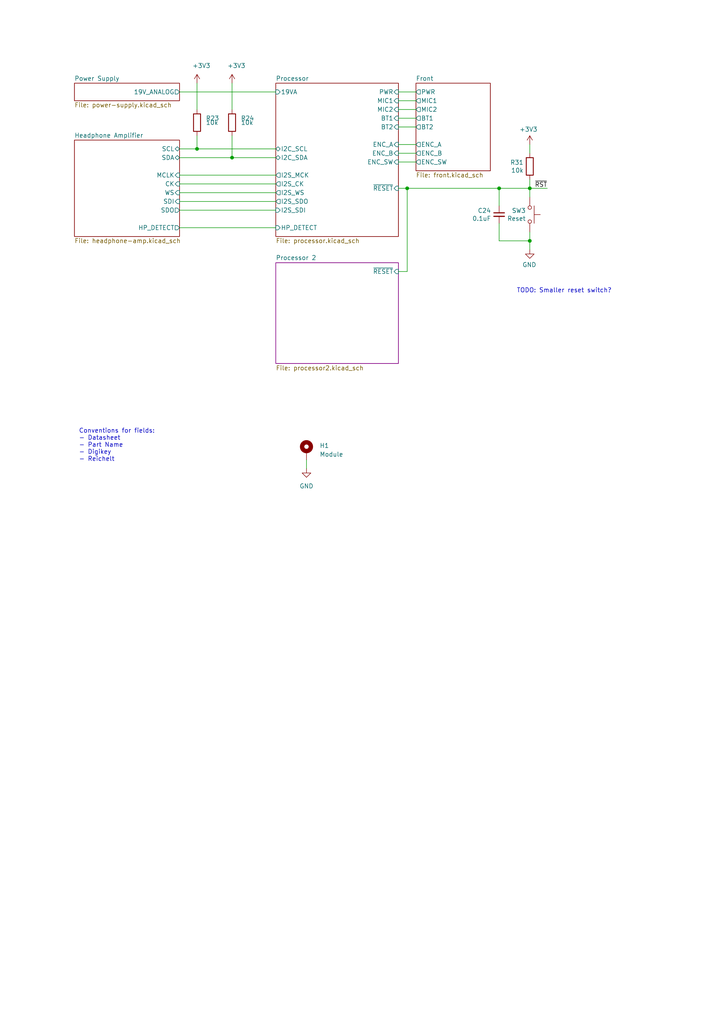
<source format=kicad_sch>
(kicad_sch (version 20210621) (generator eeschema)
  (paper "A4" portrait)
  (lib_symbols
    (symbol "Device:C_Small" (pin_numbers hide) (pin_names (offset 0.254) hide)
      (property "Reference" "C" (at 0.254 1.778 0))
      (property "Value" "C_Small" (at 0.254 -2.032 0))
      (symbol "C_Small_0_1"
        (polyline (pts (xy -1.524 -0.508) (xy 1.524 -0.508)) (stroke (width 0.3302)))
        (polyline (pts (xy -1.524 0.508) (xy 1.524 0.508)) (stroke (width 0.3048)))
      )
      (symbol "C_Small_1_1"
        (pin passive line (at 0 2.54 270) (length 2.032) (name "~") (number "1"))
        (pin passive line (at 0 -2.54 90) (length 2.032) (name "~") (number "2"))
      )
    )
    (symbol "Device:R" (pin_numbers hide) (pin_names (offset 0))
      (property "Reference" "R" (at 2.032 0 90))
      (property "Value" "R" (at 0 0 90))
      (symbol "R_0_1"
        (rectangle (start -1.016 -2.54) (end 1.016 2.54) (stroke (width 0.254)))
      )
      (symbol "R_1_1"
        (pin passive line (at 0 3.81 270) (length 1.27) (name "~") (number "1"))
        (pin passive line (at 0 -3.81 90) (length 1.27) (name "~") (number "2"))
      )
    )
    (symbol "Mechanical:MountingHole_Pad" (pin_numbers hide) (pin_names (offset 1.016) hide)
      (property "Reference" "H" (at 0 6.35 0))
      (property "Value" "MountingHole_Pad" (at 0 4.445 0))
      (symbol "MountingHole_Pad_0_1"
        (circle (center 0 1.27) (radius 1.27) (stroke (width 1.27)))
      )
      (symbol "MountingHole_Pad_1_1"
        (pin input line (at 0 -2.54 90) (length 2.54) (name "1") (number "1"))
      )
    )
    (symbol "Switch:SW_Push" (pin_numbers hide) (pin_names (offset 1.016) hide)
      (property "Reference" "SW" (at 1.27 2.54 0))
      (property "Value" "SW_Push" (at 0 -1.524 0))
      (symbol "SW_Push_0_1"
        (circle (center -2.032 0) (radius 0.508))
        (circle (center 2.032 0) (radius 0.508))
        (polyline (pts (xy 0 1.27) (xy 0 3.048)))
        (polyline (pts (xy 2.54 1.27) (xy -2.54 1.27)))
        (pin passive line (at -5.08 0 0) (length 2.54) (name "1") (number "1"))
        (pin passive line (at 5.08 0 180) (length 2.54) (name "2") (number "2"))
      )
    )
    (symbol "power:+3.3V" (power) (pin_names (offset 0))
      (property "Value" "+3.3V" (at 0 3.556 0))
      (symbol "+3.3V_0_1"
        (polyline (pts (xy -0.762 1.27) (xy 0 2.54)))
        (polyline (pts (xy 0 0) (xy 0 2.54)))
        (polyline (pts (xy 0 2.54) (xy 0.762 1.27)))
      )
      (symbol "+3.3V_1_1"
        (pin power_in line (at 0 0 90) (length 0) hide (name "+3V3") (number "1"))
      )
    )
    (symbol "power:+3V3" (power) (pin_names (offset 0))
      (property "Value" "+3V3" (at 0 3.556 0))
      (symbol "+3V3_0_1"
        (polyline (pts (xy -0.762 1.27) (xy 0 2.54)))
        (polyline (pts (xy 0 0) (xy 0 2.54)))
        (polyline (pts (xy 0 2.54) (xy 0.762 1.27)))
      )
      (symbol "+3V3_1_1"
        (pin power_in line (at 0 0 90) (length 0) hide (name "+3V3") (number "1"))
      )
    )
    (symbol "power:GND" (power) (pin_names (offset 0))
      (property "Value" "GND" (at 0 -3.81 0))
      (symbol "GND_0_1"
        (polyline (pts (xy 0 0) (xy 0 -1.27) (xy 1.27 -1.27) (xy 0 -2.54) (xy -1.27 -1.27) (xy 0 -1.27)))
      )
      (symbol "GND_1_1"
        (pin power_in line (at 0 0 270) (length 0) hide (name "GND") (number "1"))
      )
    )
  )
  (junction (at 57.15 43.18) (diameter 0.9144))
  (junction (at 67.31 45.72) (diameter 0.9144))
  (junction (at 118.11 54.61))
  (junction (at 144.78 54.61))
  (junction (at 153.67 54.61) (diameter 0.9144))
  (junction (at 153.67 69.85) (diameter 0.9144))
  (wire (pts (xy 52.07 26.67) (xy 80.01 26.67)))
  (wire (pts (xy 52.07 43.18) (xy 57.15 43.18)))
  (wire (pts (xy 52.07 45.72) (xy 67.31 45.72)))
  (wire (pts (xy 52.07 50.8) (xy 80.01 50.8)))
  (wire (pts (xy 52.07 53.34) (xy 80.01 53.34)))
  (wire (pts (xy 52.07 55.88) (xy 80.01 55.88)))
  (wire (pts (xy 52.07 58.42) (xy 80.01 58.42)))
  (wire (pts (xy 52.07 60.96) (xy 80.01 60.96)))
  (wire (pts (xy 52.07 66.04) (xy 80.01 66.04)))
  (wire (pts (xy 57.15 24.13) (xy 57.15 31.75)))
  (wire (pts (xy 57.15 43.18) (xy 57.15 39.37)))
  (wire (pts (xy 57.15 43.18) (xy 80.01 43.18)))
  (wire (pts (xy 67.31 24.13) (xy 67.31 31.75)))
  (wire (pts (xy 67.31 45.72) (xy 67.31 39.37)))
  (wire (pts (xy 67.31 45.72) (xy 80.01 45.72)))
  (wire (pts (xy 88.9 133.35) (xy 88.9 135.89)))
  (wire (pts (xy 115.57 26.67) (xy 120.65 26.67)))
  (wire (pts (xy 115.57 29.21) (xy 120.65 29.21)))
  (wire (pts (xy 115.57 31.75) (xy 120.65 31.75)))
  (wire (pts (xy 115.57 34.29) (xy 120.65 34.29)))
  (wire (pts (xy 115.57 36.83) (xy 120.65 36.83)))
  (wire (pts (xy 115.57 41.91) (xy 120.65 41.91)))
  (wire (pts (xy 115.57 44.45) (xy 120.65 44.45)))
  (wire (pts (xy 115.57 46.99) (xy 120.65 46.99)))
  (wire (pts (xy 115.57 54.61) (xy 118.11 54.61)))
  (wire (pts (xy 115.57 78.74) (xy 118.11 78.74)))
  (wire (pts (xy 118.11 54.61) (xy 144.78 54.61)))
  (wire (pts (xy 118.11 78.74) (xy 118.11 54.61)))
  (wire (pts (xy 144.78 54.61) (xy 153.67 54.61)))
  (wire (pts (xy 144.78 59.69) (xy 144.78 54.61)))
  (wire (pts (xy 144.78 69.85) (xy 144.78 64.77)))
  (wire (pts (xy 153.67 41.91) (xy 153.67 44.45)))
  (wire (pts (xy 153.67 52.07) (xy 153.67 54.61)))
  (wire (pts (xy 153.67 54.61) (xy 153.67 57.15)))
  (wire (pts (xy 153.67 67.31) (xy 153.67 69.85)))
  (wire (pts (xy 153.67 69.85) (xy 144.78 69.85)))
  (wire (pts (xy 153.67 72.39) (xy 153.67 69.85)))
  (wire (pts (xy 158.75 54.61) (xy 153.67 54.61)))
  (text "Conventions for fields:\n- Datasheet\n- Part Name\n- Digikey\n- Reichelt" (at 22.86 133.985 0) (effects (font (size 1.27 1.27)) (justify left bottom)))
  (text "TODO: Smaller reset switch?" (at 149.86 85.09 0) (effects (font (size 1.27 1.27)) (justify left bottom)))
  (label "~{RST}" (at 158.75 54.61 180))
  (symbol (lib_id "power:+3V3") (at 57.15 24.13 0) (unit 1)
    (property "Reference" "#PWR0157" (effects hide))
    (property "Value" "+3V3" (at 58.42 19.05 0))
  )
  (symbol (lib_id "power:+3V3") (at 67.31 24.13 0) (unit 1)
    (property "Reference" "#PWR0158" (effects hide))
    (property "Value" "+3V3" (at 68.58 19.05 0))
  )
  (symbol (lib_id "power:+3.3V") (at 153.67 41.91 0) (mirror y) (unit 1)
    (property "Reference" "#PWR0172" (effects hide))
    (property "Value" "+3.3V" (at 153.289 37.5158 0))
  )
  (symbol (lib_id "power:GND") (at 88.9 135.89 0) (unit 1)
    (property "Reference" "#PWR0177" (effects hide))
    (property "Value" "GND" (at 88.9 140.97 0))
  )
  (symbol (lib_id "power:GND") (at 153.67 72.39 0) (mirror y) (unit 1)
    (property "Reference" "#PWR0170" (effects hide))
    (property "Value" "GND" (at 153.543 76.7842 0))
  )
  (symbol (lib_id "Device:C_Small") (at 144.78 62.23 0) (mirror y) (unit 1)
    (property "Reference" "C24" (at 142.4558 61.0806 0) (effects (justify left)))
    (property "Value" "0.1uF" (at 142.456 63.3796 0) (effects (justify left)))
    (property "Footprint" "Capacitor_SMD:C_0603_1608Metric" (effects hide))
    (property "Mouser" "581-06033C104KAT4A" (effects hide))
    (property "Part Name" "AVX 06033C104KAT4A" (effects hide))
  )
  (symbol (lib_id "Device:R") (at 57.15 35.56 0) (unit 1)
    (property "Reference" "R23" (at 59.69 34.29 0) (effects (justify left)))
    (property "Value" "10k" (at 59.69 35.56 0) (effects (justify left)))
    (property "Footprint" "Resistor_SMD:R_0603_1608Metric" (effects hide))
    (property "Mouser" "652-CR0603FX-1002ELF" (effects hide))
    (property "Part Name" "Bourns CR0603-FX-1002ELF" (effects hide))
  )
  (symbol (lib_id "Device:R") (at 67.31 35.56 0) (unit 1)
    (property "Reference" "R24" (at 69.85 34.29 0) (effects (justify left)))
    (property "Value" "10k" (at 69.85 35.56 0) (effects (justify left)))
    (property "Footprint" "Resistor_SMD:R_0603_1608Metric" (effects hide))
    (property "Mouser" "652-CR0603FX-1002ELF" (effects hide))
    (property "Part Name" "Bourns CR0603-FX-1002ELF" (effects hide))
  )
  (symbol (lib_id "Device:R") (at 153.67 48.26 0) (mirror y) (unit 1)
    (property "Reference" "R31" (at 151.8919 47.1106 0) (effects (justify left)))
    (property "Value" "10k" (at 151.892 49.409 0) (effects (justify left)))
    (property "Footprint" "Resistor_SMD:R_0603_1608Metric" (effects hide))
    (property "Mouser" "652-CR0603FX-1002ELF" (effects hide))
    (property "Part Name" "Bourns CR0603-FX-1002ELF" (effects hide))
  )
  (symbol (lib_id "Mechanical:MountingHole_Pad") (at 88.9 130.81 0) (unit 1)
    (property "Reference" "H1" (at 92.71 129.2224 0) (effects (justify left)))
    (property "Value" "Module" (at 92.71 131.7624 0) (effects (justify left)))
    (property "Footprint" "HackAmp-Footprints:HackAmp-Module" (effects hide))
  )
  (symbol (lib_id "Switch:SW_Push") (at 153.67 62.23 270) (mirror x) (unit 1)
    (property "Reference" "SW3" (at 152.5269 61.0806 90) (effects (justify right)))
    (property "Value" "Reset" (at 152.5269 63.3793 90) (effects (justify right)))
    (property "Footprint" "Button_Switch_THT:SW_PUSH_6mm_H4.3mm" (effects hide))
    (property "Mouser" "506-FSM4JSMA" (effects hide))
    (property "Part Name" "TE Connectivity FSM4JSMA" (effects hide))
  )
  (sheet (at 120.65 24.13) (size 21.59 25.4)
    (property "Schaltplanname" "Front" (at 120.65 23.4945 0) (effects (justify left bottom)))
    (property "Dateiname Blatt" "front.kicad_sch" (at 120.65 50.0385 0) (effects (justify left top)))
    (pin "PWR" output (at 120.65 26.67 180))
    (pin "ENC_B" output (at 120.65 44.45 180))
    (pin "ENC_A" output (at 120.65 41.91 180))
    (pin "ENC_SW" output (at 120.65 46.99 180))
    (pin "MIC1" output (at 120.65 29.21 180))
    (pin "BT2" output (at 120.65 36.83 180))
    (pin "MIC2" output (at 120.65 31.75 180))
    (pin "BT1" output (at 120.65 34.29 180))
  )
  (sheet (at 21.59 40.64) (size 30.48 27.94)
    (property "Schaltplanname" "Headphone Amplifier" (at 21.59 40.0045 0) (effects (justify left bottom)))
    (property "Dateiname Blatt" "headphone-amp.kicad_sch" (at 21.59 69.0885 0) (effects (justify left top)))
    (pin "HP_DETECT" output (at 52.07 66.04 0))
    (pin "MCLK" input (at 52.07 50.8 0))
    (pin "CK" input (at 52.07 53.34 0))
    (pin "WS" input (at 52.07 55.88 0))
    (pin "SDI" input (at 52.07 58.42 0))
    (pin "SDO" output (at 52.07 60.96 0))
    (pin "SCL" bidirectional (at 52.07 43.18 0))
    (pin "SDA" bidirectional (at 52.07 45.72 0))
  )
  (sheet (at 21.59 24.13) (size 30.48 5.08)
    (property "Schaltplanname" "Power Supply" (at 21.59 23.4945 0) (effects (justify left bottom)))
    (property "Dateiname Blatt" "power-supply.kicad_sch" (at 21.59 29.7185 0) (effects (justify left top)))
    (pin "19V_ANALOG" output (at 52.07 26.67 0))
  )
  (sheet (at 80.01 24.13) (size 35.56 44.45)
    (property "Schaltplanname" "Processor" (at 80.01 23.4945 0) (effects (justify left bottom)))
    (property "Dateiname Blatt" "processor.kicad_sch" (at 80.01 69.0885 0) (effects (justify left top)))
    (pin "I2S_MCK" output (at 80.01 50.8 180))
    (pin "I2S_CK" output (at 80.01 53.34 180))
    (pin "I2S_WS" output (at 80.01 55.88 180))
    (pin "I2S_SDI" input (at 80.01 60.96 180))
    (pin "I2S_SDO" output (at 80.01 58.42 180))
    (pin "I2C_SDA" bidirectional (at 80.01 45.72 180))
    (pin "I2C_SCL" bidirectional (at 80.01 43.18 180))
    (pin "HP_DETECT" input (at 80.01 66.04 180))
    (pin "PWR" input (at 115.57 26.67 0))
    (pin "MIC1" input (at 115.57 29.21 0))
    (pin "MIC2" input (at 115.57 31.75 0))
    (pin "BT1" input (at 115.57 34.29 0))
    (pin "BT2" input (at 115.57 36.83 0))
    (pin "ENC_A" input (at 115.57 41.91 0))
    (pin "ENC_B" input (at 115.57 44.45 0))
    (pin "ENC_SW" input (at 115.57 46.99 0))
    (pin "19VA" input (at 80.01 26.67 180))
    (pin "~{RESET}" input (at 115.57 54.61 0))
  )
  (sheet (at 80.01 76.2) (size 35.56 29.21) (stroke (width 0.1524) (color 132 0 132 1)) (fill (color 255 255 255 0.0000))
    (property "Schaltplanname" "Processor 2" (at 80.01 75.4884 0) (effects (justify left bottom)))
    (property "Dateiname Blatt" "processor2.kicad_sch" (at 80.01 105.9946 0) (effects (justify left top)))
    (pin "~{RESET}" input (at 115.57 78.74 0))
  )
)
</source>
